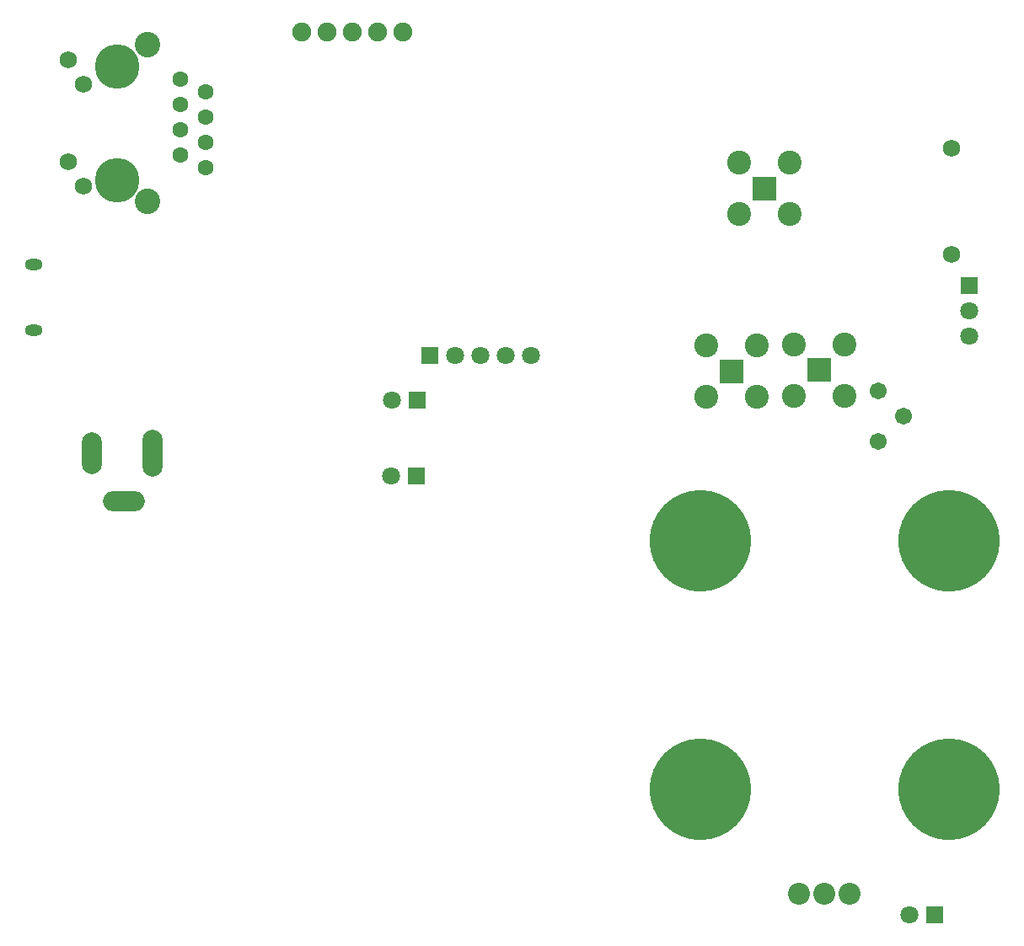
<source format=gbs>
G04*
G04 #@! TF.GenerationSoftware,Altium Limited,Altium Designer,21.5.1 (32)*
G04*
G04 Layer_Color=16711935*
%FSAX24Y24*%
%MOIN*%
G70*
G04*
G04 #@! TF.SameCoordinates,EA95429E-239C-4F57-B086-3AFABEEF507B*
G04*
G04*
G04 #@! TF.FilePolarity,Negative*
G04*
G01*
G75*
%ADD164C,0.0680*%
%ADD165R,0.0710X0.0710*%
%ADD166C,0.0946*%
%ADD167R,0.0946X0.0946*%
%ADD168C,0.0710*%
%ADD169C,0.0671*%
%ADD170R,0.0710X0.0710*%
%ADD171C,0.0749*%
%ADD172O,0.0710X0.0434*%
%ADD173O,0.0789X0.1655*%
%ADD174O,0.1655X0.0789*%
%ADD175O,0.0789X0.1852*%
%ADD176C,0.4017*%
%ADD177C,0.0867*%
%ADD178C,0.0682*%
%ADD179C,0.0630*%
%ADD180C,0.1007*%
%ADD181C,0.1760*%
D164*
X052265Y044601D02*
D03*
Y048814D02*
D03*
D165*
X052980Y043360D02*
D03*
D166*
X046036Y041024D02*
D03*
X048044D02*
D03*
Y039016D02*
D03*
X046036D02*
D03*
X045868Y048218D02*
D03*
X043860D02*
D03*
Y046210D02*
D03*
X045868D02*
D03*
X044584Y038976D02*
D03*
X042576D02*
D03*
Y040984D02*
D03*
X044584D02*
D03*
D167*
X047040Y040020D02*
D03*
X044864Y047214D02*
D03*
X043580Y039980D02*
D03*
D168*
X052980Y042360D02*
D03*
Y041360D02*
D03*
X033620Y040600D02*
D03*
X032620D02*
D03*
X034620D02*
D03*
X035620D02*
D03*
X050600Y018480D02*
D03*
X030120Y038840D02*
D03*
X030090Y035840D02*
D03*
D169*
X049380Y039200D02*
D03*
X050380Y038200D02*
D03*
X049380Y037200D02*
D03*
D170*
X031620Y040600D02*
D03*
X051600Y018480D02*
D03*
X031120Y038840D02*
D03*
X031090Y035840D02*
D03*
D171*
X029560Y053400D02*
D03*
X026560D02*
D03*
X027560D02*
D03*
X028560D02*
D03*
X030560D02*
D03*
D172*
X015955Y044189D02*
D03*
Y041591D02*
D03*
D173*
X018280Y036720D02*
D03*
D174*
X019520Y034830D02*
D03*
D175*
X020662Y036720D02*
D03*
D176*
X052170Y023440D02*
D03*
Y033283D02*
D03*
X042327D02*
D03*
Y023440D02*
D03*
D177*
X046225Y019306D02*
D03*
X047225D02*
D03*
X048225D02*
D03*
D178*
X017346Y048268D02*
D03*
X017944Y051320D02*
D03*
Y047304D02*
D03*
X017346Y052284D02*
D03*
D179*
X021775Y049544D02*
D03*
X022775Y050044D02*
D03*
Y049044D02*
D03*
X021775Y050544D02*
D03*
Y048544D02*
D03*
X022775Y051044D02*
D03*
Y048044D02*
D03*
X021775Y051544D02*
D03*
D180*
X020476Y046694D02*
D03*
Y052894D02*
D03*
D181*
X019275Y047544D02*
D03*
Y052044D02*
D03*
M02*

</source>
